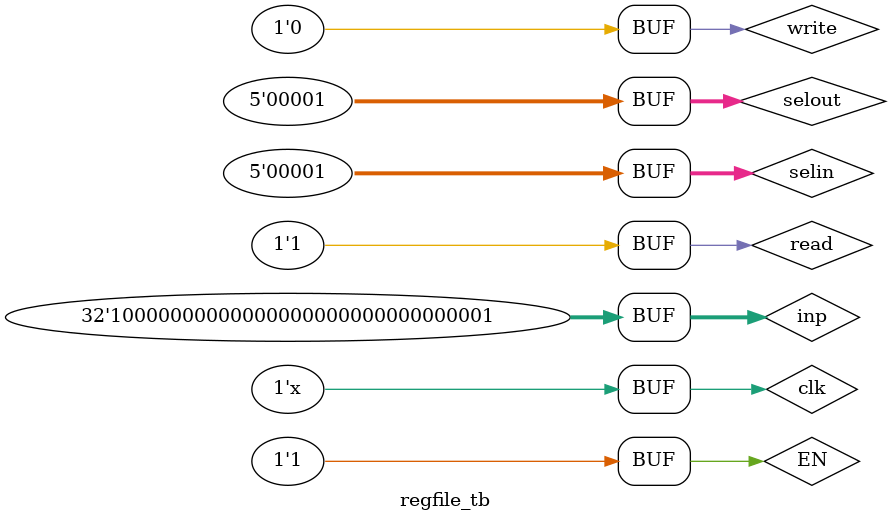
<source format=v>
`include "32bitregfile.v"
`timescale 1ns/100ps

module regfile_tb;
reg [31:0] inp;
wire [31:0] out;
reg [4:0] selin, selout;
reg read, write, EN, clk;

regfile uut(.inp(inp), .out(out), .selout(selout), .selin(selin), 
.read(read), .write(write), .reset(reset), .EN(EN), .clk(clk));

initial 
    begin 
      $monitor("Read=%b Write=%b \nInput=%b Input Sel=%b \nOutput=%b Output Sel=%b\n", read, write, inp, selin, out, selout);
    end
  //clk = 1'b0;

  always #5 clk = ~clk; 

initial 
begin
    clk <=0;
    EN = 1;
    selout = 5'b00000;
    read = 1;
    write = 0;
    #10;
    selin = 5'b00000;
    inp = 32'b10000000000000000000000000000001;
    write = 1;
    read = 0;
    #10;
    selout = 5'b00000;
    read = 1;
    write = 0;
    #10;
    selout = 5'b00001;
    read = 1;
    write = 0;
    #10;
    selout = 5'b00000;
    read = 1;
    write = 0;
    #10;
    selout = 5'b00001;
    read = 1;
    write = 0;
    #10;
    selin = 5'b00001;
    inp = 32'b10000000000000000000000000000001;
    write = 1;
    read = 0;
    #10;
    selout = 5'b00000;
    read = 1;
    write = 0;
    #10;
    selout = 5'b00001;
    read = 1;
    write = 0;
    #10;
    selout = 5'b00000;
    read = 1;
    write = 0;
    #10;
    selout = 5'b00001;
    read = 1;
    write = 0;
    #10;
  end

endmodule 






</source>
